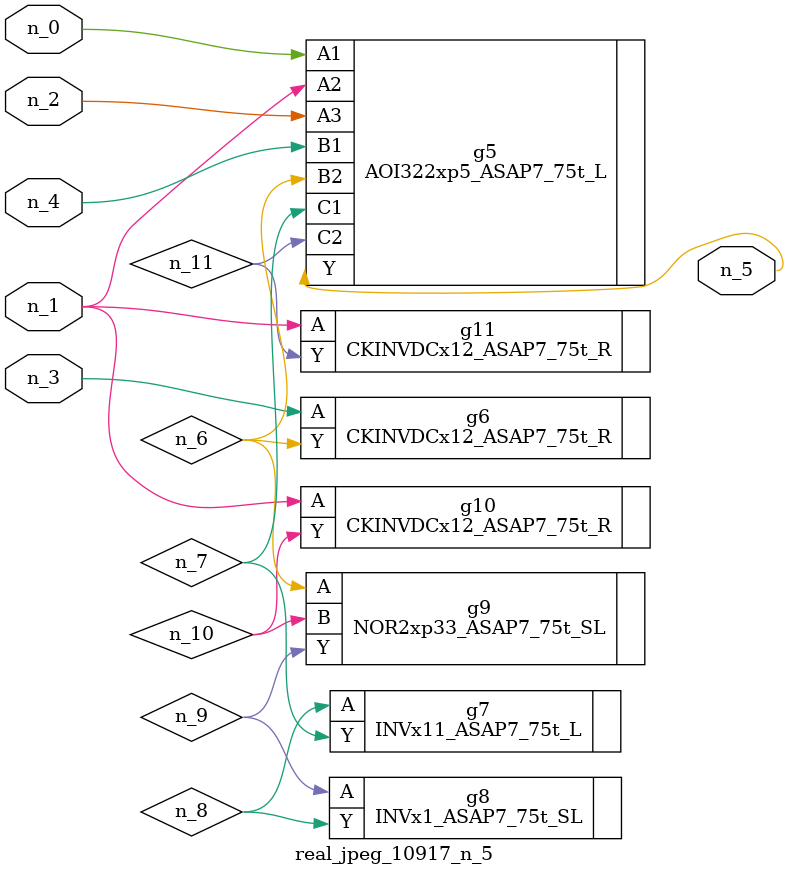
<source format=v>
module real_jpeg_10917_n_5 (n_4, n_0, n_1, n_2, n_3, n_5);

input n_4;
input n_0;
input n_1;
input n_2;
input n_3;

output n_5;

wire n_8;
wire n_11;
wire n_6;
wire n_7;
wire n_10;
wire n_9;

AOI322xp5_ASAP7_75t_L g5 ( 
.A1(n_0),
.A2(n_1),
.A3(n_2),
.B1(n_4),
.B2(n_6),
.C1(n_7),
.C2(n_11),
.Y(n_5)
);

CKINVDCx12_ASAP7_75t_R g10 ( 
.A(n_1),
.Y(n_10)
);

CKINVDCx12_ASAP7_75t_R g11 ( 
.A(n_1),
.Y(n_11)
);

CKINVDCx12_ASAP7_75t_R g6 ( 
.A(n_3),
.Y(n_6)
);

NOR2xp33_ASAP7_75t_SL g9 ( 
.A(n_6),
.B(n_10),
.Y(n_9)
);

INVx11_ASAP7_75t_L g7 ( 
.A(n_8),
.Y(n_7)
);

INVx1_ASAP7_75t_SL g8 ( 
.A(n_9),
.Y(n_8)
);


endmodule
</source>
